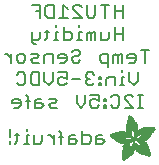
<source format=gbr>
G04 EAGLE Gerber RS-274X export*
G75*
%MOMM*%
%FSLAX34Y34*%
%LPD*%
%INSilkscreen Bottom*%
%IPPOS*%
%AMOC8*
5,1,8,0,0,1.08239X$1,22.5*%
G01*
%ADD10C,0.203200*%
%ADD11R,0.050800X0.006300*%
%ADD12R,0.082600X0.006400*%
%ADD13R,0.120600X0.006300*%
%ADD14R,0.139700X0.006400*%
%ADD15R,0.158800X0.006300*%
%ADD16R,0.177800X0.006400*%
%ADD17R,0.196800X0.006300*%
%ADD18R,0.215900X0.006400*%
%ADD19R,0.228600X0.006300*%
%ADD20R,0.241300X0.006400*%
%ADD21R,0.254000X0.006300*%
%ADD22R,0.266700X0.006400*%
%ADD23R,0.279400X0.006300*%
%ADD24R,0.285700X0.006400*%
%ADD25R,0.298400X0.006300*%
%ADD26R,0.311200X0.006400*%
%ADD27R,0.317500X0.006300*%
%ADD28R,0.330200X0.006400*%
%ADD29R,0.336600X0.006300*%
%ADD30R,0.349200X0.006400*%
%ADD31R,0.361900X0.006300*%
%ADD32R,0.368300X0.006400*%
%ADD33R,0.381000X0.006300*%
%ADD34R,0.387300X0.006400*%
%ADD35R,0.393700X0.006300*%
%ADD36R,0.406400X0.006400*%
%ADD37R,0.412700X0.006300*%
%ADD38R,0.419100X0.006400*%
%ADD39R,0.431800X0.006300*%
%ADD40R,0.438100X0.006400*%
%ADD41R,0.450800X0.006300*%
%ADD42R,0.457200X0.006400*%
%ADD43R,0.463500X0.006300*%
%ADD44R,0.476200X0.006400*%
%ADD45R,0.482600X0.006300*%
%ADD46R,0.488900X0.006400*%
%ADD47R,0.501600X0.006300*%
%ADD48R,0.508000X0.006400*%
%ADD49R,0.514300X0.006300*%
%ADD50R,0.527000X0.006400*%
%ADD51R,0.533400X0.006300*%
%ADD52R,0.546100X0.006400*%
%ADD53R,0.552400X0.006300*%
%ADD54R,0.558800X0.006400*%
%ADD55R,0.571500X0.006300*%
%ADD56R,0.577800X0.006400*%
%ADD57R,0.584200X0.006300*%
%ADD58R,0.596900X0.006400*%
%ADD59R,0.603200X0.006300*%
%ADD60R,0.609600X0.006400*%
%ADD61R,0.622300X0.006300*%
%ADD62R,0.628600X0.006400*%
%ADD63R,0.641300X0.006300*%
%ADD64R,0.647700X0.006400*%
%ADD65R,0.063500X0.006300*%
%ADD66R,0.654000X0.006300*%
%ADD67R,0.101600X0.006400*%
%ADD68R,0.666700X0.006400*%
%ADD69R,0.139700X0.006300*%
%ADD70R,0.673100X0.006300*%
%ADD71R,0.165100X0.006400*%
%ADD72R,0.679400X0.006400*%
%ADD73R,0.196900X0.006300*%
%ADD74R,0.692100X0.006300*%
%ADD75R,0.222200X0.006400*%
%ADD76R,0.698500X0.006400*%
%ADD77R,0.247700X0.006300*%
%ADD78R,0.704800X0.006300*%
%ADD79R,0.279400X0.006400*%
%ADD80R,0.717500X0.006400*%
%ADD81R,0.298500X0.006300*%
%ADD82R,0.723900X0.006300*%
%ADD83R,0.736600X0.006400*%
%ADD84R,0.342900X0.006300*%
%ADD85R,0.742900X0.006300*%
%ADD86R,0.374700X0.006400*%
%ADD87R,0.749300X0.006400*%
%ADD88R,0.762000X0.006300*%
%ADD89R,0.412700X0.006400*%
%ADD90R,0.768300X0.006400*%
%ADD91R,0.438100X0.006300*%
%ADD92R,0.774700X0.006300*%
%ADD93R,0.463600X0.006400*%
%ADD94R,0.787400X0.006400*%
%ADD95R,0.793700X0.006300*%
%ADD96R,0.495300X0.006400*%
%ADD97R,0.800100X0.006400*%
%ADD98R,0.520700X0.006300*%
%ADD99R,0.812800X0.006300*%
%ADD100R,0.533400X0.006400*%
%ADD101R,0.819100X0.006400*%
%ADD102R,0.558800X0.006300*%
%ADD103R,0.825500X0.006300*%
%ADD104R,0.577900X0.006400*%
%ADD105R,0.831800X0.006400*%
%ADD106R,0.596900X0.006300*%
%ADD107R,0.844500X0.006300*%
%ADD108R,0.616000X0.006400*%
%ADD109R,0.850900X0.006400*%
%ADD110R,0.635000X0.006300*%
%ADD111R,0.857200X0.006300*%
%ADD112R,0.654100X0.006400*%
%ADD113R,0.863600X0.006400*%
%ADD114R,0.666700X0.006300*%
%ADD115R,0.869900X0.006300*%
%ADD116R,0.685800X0.006400*%
%ADD117R,0.876300X0.006400*%
%ADD118R,0.882600X0.006300*%
%ADD119R,0.723900X0.006400*%
%ADD120R,0.889000X0.006400*%
%ADD121R,0.895300X0.006300*%
%ADD122R,0.755700X0.006400*%
%ADD123R,0.901700X0.006400*%
%ADD124R,0.908000X0.006300*%
%ADD125R,0.793800X0.006400*%
%ADD126R,0.914400X0.006400*%
%ADD127R,0.806400X0.006300*%
%ADD128R,0.920700X0.006300*%
%ADD129R,0.825500X0.006400*%
%ADD130R,0.927100X0.006400*%
%ADD131R,0.933400X0.006300*%
%ADD132R,0.857300X0.006400*%
%ADD133R,0.939800X0.006400*%
%ADD134R,0.870000X0.006300*%
%ADD135R,0.939800X0.006300*%
%ADD136R,0.946100X0.006400*%
%ADD137R,0.952500X0.006300*%
%ADD138R,0.908000X0.006400*%
%ADD139R,0.958800X0.006400*%
%ADD140R,0.965200X0.006300*%
%ADD141R,0.965200X0.006400*%
%ADD142R,0.971500X0.006300*%
%ADD143R,0.952500X0.006400*%
%ADD144R,0.977900X0.006400*%
%ADD145R,0.958800X0.006300*%
%ADD146R,0.984200X0.006300*%
%ADD147R,0.971500X0.006400*%
%ADD148R,0.984200X0.006400*%
%ADD149R,0.990600X0.006300*%
%ADD150R,0.984300X0.006400*%
%ADD151R,0.996900X0.006400*%
%ADD152R,0.997000X0.006300*%
%ADD153R,0.996900X0.006300*%
%ADD154R,1.003300X0.006400*%
%ADD155R,1.016000X0.006300*%
%ADD156R,1.009600X0.006300*%
%ADD157R,1.016000X0.006400*%
%ADD158R,1.009600X0.006400*%
%ADD159R,1.022300X0.006300*%
%ADD160R,1.028700X0.006400*%
%ADD161R,1.035100X0.006300*%
%ADD162R,1.047800X0.006400*%
%ADD163R,1.054100X0.006300*%
%ADD164R,1.028700X0.006300*%
%ADD165R,1.054100X0.006400*%
%ADD166R,1.035000X0.006400*%
%ADD167R,1.060400X0.006300*%
%ADD168R,1.035000X0.006300*%
%ADD169R,1.060500X0.006400*%
%ADD170R,1.041400X0.006400*%
%ADD171R,1.066800X0.006300*%
%ADD172R,1.041400X0.006300*%
%ADD173R,1.079500X0.006400*%
%ADD174R,1.047700X0.006400*%
%ADD175R,1.085900X0.006300*%
%ADD176R,1.047700X0.006300*%
%ADD177R,1.085800X0.006400*%
%ADD178R,1.092200X0.006300*%
%ADD179R,1.085900X0.006400*%
%ADD180R,1.098600X0.006300*%
%ADD181R,1.098600X0.006400*%
%ADD182R,1.060400X0.006400*%
%ADD183R,1.104900X0.006300*%
%ADD184R,1.104900X0.006400*%
%ADD185R,1.066800X0.006400*%
%ADD186R,1.111200X0.006300*%
%ADD187R,1.117600X0.006400*%
%ADD188R,1.117600X0.006300*%
%ADD189R,1.073100X0.006300*%
%ADD190R,1.073100X0.006400*%
%ADD191R,1.124000X0.006300*%
%ADD192R,1.079500X0.006300*%
%ADD193R,1.123900X0.006400*%
%ADD194R,1.130300X0.006300*%
%ADD195R,1.130300X0.006400*%
%ADD196R,1.136700X0.006400*%
%ADD197R,1.136700X0.006300*%
%ADD198R,1.085800X0.006300*%
%ADD199R,1.136600X0.006400*%
%ADD200R,1.136600X0.006300*%
%ADD201R,1.143000X0.006400*%
%ADD202R,1.143000X0.006300*%
%ADD203R,1.149400X0.006300*%
%ADD204R,1.149300X0.006300*%
%ADD205R,1.149300X0.006400*%
%ADD206R,1.149400X0.006400*%
%ADD207R,1.155700X0.006400*%
%ADD208R,1.155700X0.006300*%
%ADD209R,1.060500X0.006300*%
%ADD210R,2.197100X0.006400*%
%ADD211R,2.197100X0.006300*%
%ADD212R,2.184400X0.006300*%
%ADD213R,2.184400X0.006400*%
%ADD214R,2.171700X0.006400*%
%ADD215R,2.171700X0.006300*%
%ADD216R,1.530300X0.006400*%
%ADD217R,1.505000X0.006300*%
%ADD218R,1.492300X0.006400*%
%ADD219R,1.485900X0.006300*%
%ADD220R,0.565200X0.006300*%
%ADD221R,1.473200X0.006400*%
%ADD222R,0.565200X0.006400*%
%ADD223R,1.460500X0.006300*%
%ADD224R,1.454100X0.006400*%
%ADD225R,0.552400X0.006400*%
%ADD226R,1.441500X0.006300*%
%ADD227R,0.546100X0.006300*%
%ADD228R,1.435100X0.006400*%
%ADD229R,0.539800X0.006400*%
%ADD230R,1.428800X0.006300*%
%ADD231R,1.422400X0.006400*%
%ADD232R,1.409700X0.006300*%
%ADD233R,0.527100X0.006300*%
%ADD234R,1.403300X0.006400*%
%ADD235R,0.527100X0.006400*%
%ADD236R,1.390700X0.006300*%
%ADD237R,1.384300X0.006400*%
%ADD238R,0.520700X0.006400*%
%ADD239R,1.384300X0.006300*%
%ADD240R,0.514400X0.006300*%
%ADD241R,1.371600X0.006400*%
%ADD242R,1.365200X0.006300*%
%ADD243R,0.508000X0.006300*%
%ADD244R,1.352600X0.006400*%
%ADD245R,0.501700X0.006400*%
%ADD246R,0.711200X0.006300*%
%ADD247R,0.603300X0.006300*%
%ADD248R,0.501700X0.006300*%
%ADD249R,0.692100X0.006400*%
%ADD250R,0.571500X0.006400*%
%ADD251R,0.679400X0.006300*%
%ADD252R,0.495300X0.006300*%
%ADD253R,0.673100X0.006400*%
%ADD254R,0.666800X0.006300*%
%ADD255R,0.488900X0.006300*%
%ADD256R,0.660400X0.006400*%
%ADD257R,0.482600X0.006400*%
%ADD258R,0.476200X0.006300*%
%ADD259R,0.654000X0.006400*%
%ADD260R,0.469900X0.006400*%
%ADD261R,0.476300X0.006400*%
%ADD262R,0.647700X0.006300*%
%ADD263R,0.457200X0.006300*%
%ADD264R,0.469900X0.006300*%
%ADD265R,0.641300X0.006400*%
%ADD266R,0.444500X0.006400*%
%ADD267R,0.463600X0.006300*%
%ADD268R,0.635000X0.006400*%
%ADD269R,0.463500X0.006400*%
%ADD270R,0.393700X0.006400*%
%ADD271R,0.450800X0.006400*%
%ADD272R,0.628600X0.006300*%
%ADD273R,0.387400X0.006300*%
%ADD274R,0.450900X0.006300*%
%ADD275R,0.628700X0.006400*%
%ADD276R,0.374600X0.006400*%
%ADD277R,0.368300X0.006300*%
%ADD278R,0.438200X0.006300*%
%ADD279R,0.622300X0.006400*%
%ADD280R,0.355600X0.006400*%
%ADD281R,0.431800X0.006400*%
%ADD282R,0.349300X0.006300*%
%ADD283R,0.425400X0.006300*%
%ADD284R,0.615900X0.006300*%
%ADD285R,0.330200X0.006300*%
%ADD286R,0.419100X0.006300*%
%ADD287R,0.616000X0.006300*%
%ADD288R,0.311200X0.006300*%
%ADD289R,0.406400X0.006300*%
%ADD290R,0.615900X0.006400*%
%ADD291R,0.304800X0.006400*%
%ADD292R,0.158800X0.006400*%
%ADD293R,0.609600X0.006300*%
%ADD294R,0.292100X0.006300*%
%ADD295R,0.235000X0.006300*%
%ADD296R,0.387400X0.006400*%
%ADD297R,0.292100X0.006400*%
%ADD298R,0.336500X0.006300*%
%ADD299R,0.260400X0.006300*%
%ADD300R,0.603300X0.006400*%
%ADD301R,0.260400X0.006400*%
%ADD302R,0.362000X0.006400*%
%ADD303R,0.450900X0.006400*%
%ADD304R,0.355600X0.006300*%
%ADD305R,0.342900X0.006400*%
%ADD306R,0.514300X0.006400*%
%ADD307R,0.234900X0.006300*%
%ADD308R,0.539700X0.006300*%
%ADD309R,0.603200X0.006400*%
%ADD310R,0.234900X0.006400*%
%ADD311R,0.920700X0.006400*%
%ADD312R,0.958900X0.006400*%
%ADD313R,0.215900X0.006300*%
%ADD314R,0.209600X0.006400*%
%ADD315R,0.203200X0.006300*%
%ADD316R,1.003300X0.006300*%
%ADD317R,0.203200X0.006400*%
%ADD318R,0.196900X0.006400*%
%ADD319R,0.190500X0.006300*%
%ADD320R,0.190500X0.006400*%
%ADD321R,0.184200X0.006300*%
%ADD322R,0.590500X0.006400*%
%ADD323R,0.184200X0.006400*%
%ADD324R,0.590500X0.006300*%
%ADD325R,0.177800X0.006300*%
%ADD326R,0.584200X0.006400*%
%ADD327R,1.168400X0.006400*%
%ADD328R,0.171500X0.006300*%
%ADD329R,1.187500X0.006300*%
%ADD330R,1.200100X0.006400*%
%ADD331R,0.577800X0.006300*%
%ADD332R,1.212900X0.006300*%
%ADD333R,1.231900X0.006400*%
%ADD334R,1.250900X0.006300*%
%ADD335R,0.565100X0.006400*%
%ADD336R,0.184100X0.006400*%
%ADD337R,1.263700X0.006400*%
%ADD338R,0.565100X0.006300*%
%ADD339R,1.289100X0.006300*%
%ADD340R,1.314400X0.006400*%
%ADD341R,0.552500X0.006300*%
%ADD342R,1.568500X0.006300*%
%ADD343R,0.552500X0.006400*%
%ADD344R,1.581200X0.006400*%
%ADD345R,1.593800X0.006300*%
%ADD346R,1.606500X0.006400*%
%ADD347R,1.619300X0.006300*%
%ADD348R,0.514400X0.006400*%
%ADD349R,1.638300X0.006400*%
%ADD350R,1.657300X0.006300*%
%ADD351R,2.209800X0.006400*%
%ADD352R,2.425700X0.006300*%
%ADD353R,2.470100X0.006400*%
%ADD354R,2.501900X0.006300*%
%ADD355R,2.533700X0.006400*%
%ADD356R,2.559000X0.006300*%
%ADD357R,2.584500X0.006400*%
%ADD358R,2.609900X0.006300*%
%ADD359R,2.628900X0.006400*%
%ADD360R,2.660600X0.006300*%
%ADD361R,2.673400X0.006400*%
%ADD362R,1.422400X0.006300*%
%ADD363R,1.200200X0.006300*%
%ADD364R,1.365300X0.006300*%
%ADD365R,1.365300X0.006400*%
%ADD366R,1.352500X0.006300*%
%ADD367R,1.098500X0.006300*%
%ADD368R,1.358900X0.006400*%
%ADD369R,1.352600X0.006300*%
%ADD370R,1.358900X0.006300*%
%ADD371R,1.371600X0.006300*%
%ADD372R,1.377900X0.006400*%
%ADD373R,1.397000X0.006400*%
%ADD374R,1.403300X0.006300*%
%ADD375R,0.914400X0.006300*%
%ADD376R,0.876300X0.006300*%
%ADD377R,0.374600X0.006300*%
%ADD378R,1.073200X0.006400*%
%ADD379R,0.374700X0.006300*%
%ADD380R,0.844600X0.006400*%
%ADD381R,0.844600X0.006300*%
%ADD382R,0.831900X0.006400*%
%ADD383R,1.092200X0.006400*%
%ADD384R,0.400000X0.006300*%
%ADD385R,0.819200X0.006400*%
%ADD386R,1.111300X0.006400*%
%ADD387R,0.812800X0.006400*%
%ADD388R,0.800100X0.006300*%
%ADD389R,0.476300X0.006300*%
%ADD390R,1.181100X0.006300*%
%ADD391R,0.501600X0.006400*%
%ADD392R,1.193800X0.006400*%
%ADD393R,0.781000X0.006400*%
%ADD394R,1.238200X0.006400*%
%ADD395R,0.781100X0.006300*%
%ADD396R,1.257300X0.006300*%
%ADD397R,1.295400X0.006400*%
%ADD398R,1.333500X0.006300*%
%ADD399R,0.774700X0.006400*%
%ADD400R,1.866900X0.006400*%
%ADD401R,0.209600X0.006300*%
%ADD402R,1.866900X0.006300*%
%ADD403R,0.768400X0.006400*%
%ADD404R,0.209500X0.006400*%
%ADD405R,1.860600X0.006400*%
%ADD406R,0.762000X0.006400*%
%ADD407R,0.768400X0.006300*%
%ADD408R,1.860600X0.006300*%
%ADD409R,1.860500X0.006400*%
%ADD410R,0.222300X0.006300*%
%ADD411R,1.854200X0.006300*%
%ADD412R,0.235000X0.006400*%
%ADD413R,1.854200X0.006400*%
%ADD414R,0.768300X0.006300*%
%ADD415R,0.260300X0.006400*%
%ADD416R,1.847800X0.006400*%
%ADD417R,0.266700X0.006300*%
%ADD418R,1.847800X0.006300*%
%ADD419R,0.273100X0.006400*%
%ADD420R,1.841500X0.006400*%
%ADD421R,0.285800X0.006300*%
%ADD422R,1.841500X0.006300*%
%ADD423R,0.298500X0.006400*%
%ADD424R,1.835100X0.006400*%
%ADD425R,0.781000X0.006300*%
%ADD426R,0.304800X0.006300*%
%ADD427R,1.835100X0.006300*%
%ADD428R,0.317500X0.006400*%
%ADD429R,1.828800X0.006400*%
%ADD430R,0.787400X0.006300*%
%ADD431R,0.323800X0.006300*%
%ADD432R,1.828800X0.006300*%
%ADD433R,0.793700X0.006400*%
%ADD434R,1.822400X0.006400*%
%ADD435R,0.806500X0.006300*%
%ADD436R,1.822400X0.006300*%
%ADD437R,1.816100X0.006400*%
%ADD438R,0.819100X0.006300*%
%ADD439R,0.387300X0.006300*%
%ADD440R,1.816100X0.006300*%
%ADD441R,1.809800X0.006400*%
%ADD442R,1.803400X0.006300*%
%ADD443R,1.797000X0.006400*%
%ADD444R,0.901700X0.006300*%
%ADD445R,1.797000X0.006300*%
%ADD446R,1.441400X0.006400*%
%ADD447R,1.790700X0.006400*%
%ADD448R,1.447800X0.006300*%
%ADD449R,1.784300X0.006300*%
%ADD450R,1.447800X0.006400*%
%ADD451R,1.784300X0.006400*%
%ADD452R,1.454100X0.006300*%
%ADD453R,1.771700X0.006300*%
%ADD454R,1.460500X0.006400*%
%ADD455R,1.759000X0.006400*%
%ADD456R,1.466800X0.006300*%
%ADD457R,1.752600X0.006300*%
%ADD458R,1.466800X0.006400*%
%ADD459R,1.739900X0.006400*%
%ADD460R,1.473200X0.006300*%
%ADD461R,1.727200X0.006300*%
%ADD462R,1.479500X0.006400*%
%ADD463R,1.714500X0.006400*%
%ADD464R,1.695400X0.006300*%
%ADD465R,1.485900X0.006400*%
%ADD466R,1.682700X0.006400*%
%ADD467R,1.492200X0.006300*%
%ADD468R,1.663700X0.006300*%
%ADD469R,1.498600X0.006400*%
%ADD470R,1.644600X0.006400*%
%ADD471R,1.498600X0.006300*%
%ADD472R,1.619200X0.006300*%
%ADD473R,1.511300X0.006400*%
%ADD474R,1.600200X0.006400*%
%ADD475R,1.517700X0.006300*%
%ADD476R,1.574800X0.006300*%
%ADD477R,1.524000X0.006400*%
%ADD478R,1.555800X0.006400*%
%ADD479R,1.524000X0.006300*%
%ADD480R,1.536700X0.006300*%
%ADD481R,1.530400X0.006400*%
%ADD482R,1.517700X0.006400*%
%ADD483R,1.492300X0.006300*%
%ADD484R,1.549400X0.006400*%
%ADD485R,1.479600X0.006400*%
%ADD486R,1.549400X0.006300*%
%ADD487R,1.555700X0.006400*%
%ADD488R,1.562100X0.006300*%
%ADD489R,0.323900X0.006300*%
%ADD490R,1.568400X0.006400*%
%ADD491R,0.336600X0.006400*%
%ADD492R,1.587500X0.006300*%
%ADD493R,0.971600X0.006300*%
%ADD494R,0.349300X0.006400*%
%ADD495R,1.600200X0.006300*%
%ADD496R,0.920800X0.006300*%
%ADD497R,0.882700X0.006400*%
%ADD498R,1.612900X0.006300*%
%ADD499R,0.362000X0.006300*%
%ADD500R,1.625600X0.006400*%
%ADD501R,1.625600X0.006300*%
%ADD502R,1.644600X0.006300*%
%ADD503R,0.736600X0.006300*%
%ADD504R,0.717600X0.006400*%
%ADD505R,1.657400X0.006300*%
%ADD506R,0.679500X0.006300*%
%ADD507R,1.663700X0.006400*%
%ADD508R,0.400000X0.006400*%
%ADD509R,1.676400X0.006300*%
%ADD510R,1.676400X0.006400*%
%ADD511R,0.425500X0.006400*%
%ADD512R,1.352500X0.006400*%
%ADD513R,0.444500X0.006300*%
%ADD514R,0.361900X0.006400*%
%ADD515R,0.088900X0.006300*%
%ADD516R,1.009700X0.006300*%
%ADD517R,1.009700X0.006400*%
%ADD518R,1.022300X0.006400*%
%ADD519R,1.346200X0.006400*%
%ADD520R,1.346200X0.006300*%
%ADD521R,1.339900X0.006400*%
%ADD522R,1.035100X0.006400*%
%ADD523R,1.339800X0.006300*%
%ADD524R,1.333500X0.006400*%
%ADD525R,1.327200X0.006400*%
%ADD526R,1.320800X0.006300*%
%ADD527R,1.314500X0.006400*%
%ADD528R,1.314400X0.006300*%
%ADD529R,1.301700X0.006400*%
%ADD530R,1.295400X0.006300*%
%ADD531R,1.289000X0.006400*%
%ADD532R,1.276300X0.006300*%
%ADD533R,1.251000X0.006300*%
%ADD534R,1.244600X0.006400*%
%ADD535R,1.231900X0.006300*%
%ADD536R,1.212800X0.006400*%
%ADD537R,1.200100X0.006300*%
%ADD538R,1.187400X0.006400*%
%ADD539R,1.168400X0.006300*%
%ADD540R,1.047800X0.006300*%
%ADD541R,0.977900X0.006300*%
%ADD542R,0.946200X0.006400*%
%ADD543R,0.933400X0.006400*%
%ADD544R,0.895300X0.006400*%
%ADD545R,0.882700X0.006300*%
%ADD546R,0.863600X0.006300*%
%ADD547R,0.857200X0.006400*%
%ADD548R,0.850900X0.006300*%
%ADD549R,0.838200X0.006300*%
%ADD550R,0.806500X0.006400*%
%ADD551R,0.717600X0.006300*%
%ADD552R,0.711200X0.006400*%
%ADD553R,0.641400X0.006400*%
%ADD554R,0.641400X0.006300*%
%ADD555R,0.628700X0.006300*%
%ADD556R,0.590600X0.006300*%
%ADD557R,0.539700X0.006400*%
%ADD558R,0.285700X0.006300*%
%ADD559R,0.222200X0.006300*%
%ADD560R,0.171400X0.006300*%
%ADD561R,0.152400X0.006400*%
%ADD562R,0.133400X0.006300*%


D10*
X119923Y153416D02*
X119923Y164093D01*
X119923Y158755D02*
X112805Y158755D01*
X112805Y164093D02*
X112805Y153416D01*
X104670Y153416D02*
X104670Y164093D01*
X108229Y164093D02*
X101111Y164093D01*
X96535Y164093D02*
X96535Y155196D01*
X94756Y153416D01*
X91196Y153416D01*
X89417Y155196D01*
X89417Y164093D01*
X84841Y153416D02*
X77723Y153416D01*
X84841Y153416D02*
X77723Y160534D01*
X77723Y162314D01*
X79503Y164093D01*
X83062Y164093D01*
X84841Y162314D01*
X73147Y160534D02*
X69588Y164093D01*
X69588Y153416D01*
X73147Y153416D02*
X66029Y153416D01*
X61453Y153416D02*
X61453Y164093D01*
X61453Y153416D02*
X56115Y153416D01*
X54335Y155196D01*
X54335Y162314D01*
X56115Y164093D01*
X61453Y164093D01*
X49759Y164093D02*
X49759Y153416D01*
X49759Y164093D02*
X42641Y164093D01*
X46200Y158755D02*
X49759Y158755D01*
X119923Y145043D02*
X119923Y134366D01*
X119923Y139705D02*
X112805Y139705D01*
X112805Y145043D02*
X112805Y134366D01*
X108229Y136146D02*
X108229Y141484D01*
X108229Y136146D02*
X106450Y134366D01*
X101111Y134366D01*
X101111Y141484D01*
X96535Y141484D02*
X96535Y134366D01*
X96535Y141484D02*
X94756Y141484D01*
X92976Y139705D01*
X92976Y134366D01*
X92976Y139705D02*
X91196Y141484D01*
X89417Y139705D01*
X89417Y134366D01*
X84841Y141484D02*
X83062Y141484D01*
X83062Y134366D01*
X84841Y134366D02*
X81282Y134366D01*
X83062Y145043D02*
X83062Y146823D01*
X69927Y145043D02*
X69927Y134366D01*
X75266Y134366D01*
X77045Y136146D01*
X77045Y139705D01*
X75266Y141484D01*
X69927Y141484D01*
X65351Y141484D02*
X63572Y141484D01*
X63572Y134366D01*
X65351Y134366D02*
X61792Y134366D01*
X63572Y145043D02*
X63572Y146823D01*
X55776Y143264D02*
X55776Y136146D01*
X53996Y134366D01*
X53996Y141484D02*
X57555Y141484D01*
X49759Y141484D02*
X49759Y136146D01*
X47980Y134366D01*
X42641Y134366D01*
X42641Y132587D02*
X42641Y141484D01*
X42641Y132587D02*
X44421Y130807D01*
X46200Y130807D01*
X138777Y125993D02*
X138777Y115316D01*
X142336Y125993D02*
X135218Y125993D01*
X128863Y115316D02*
X125304Y115316D01*
X128863Y115316D02*
X130643Y117096D01*
X130643Y120655D01*
X128863Y122434D01*
X125304Y122434D01*
X123524Y120655D01*
X123524Y118875D01*
X130643Y118875D01*
X118949Y115316D02*
X118949Y122434D01*
X117169Y122434D01*
X115390Y120655D01*
X115390Y115316D01*
X115390Y120655D02*
X113610Y122434D01*
X111830Y120655D01*
X111830Y115316D01*
X107255Y111757D02*
X107255Y122434D01*
X101916Y122434D01*
X100137Y120655D01*
X100137Y117096D01*
X101916Y115316D01*
X107255Y115316D01*
X78528Y125993D02*
X76749Y124214D01*
X78528Y125993D02*
X82087Y125993D01*
X83867Y124214D01*
X83867Y122434D01*
X82087Y120655D01*
X78528Y120655D01*
X76749Y118875D01*
X76749Y117096D01*
X78528Y115316D01*
X82087Y115316D01*
X83867Y117096D01*
X70393Y115316D02*
X66834Y115316D01*
X70393Y115316D02*
X72173Y117096D01*
X72173Y120655D01*
X70393Y122434D01*
X66834Y122434D01*
X65055Y120655D01*
X65055Y118875D01*
X72173Y118875D01*
X60479Y115316D02*
X60479Y122434D01*
X55140Y122434D01*
X53361Y120655D01*
X53361Y115316D01*
X48785Y115316D02*
X43446Y115316D01*
X41667Y117096D01*
X43446Y118875D01*
X47005Y118875D01*
X48785Y120655D01*
X47005Y122434D01*
X41667Y122434D01*
X35311Y115316D02*
X31752Y115316D01*
X29973Y117096D01*
X29973Y120655D01*
X31752Y122434D01*
X35311Y122434D01*
X37091Y120655D01*
X37091Y117096D01*
X35311Y115316D01*
X25397Y115316D02*
X25397Y122434D01*
X25397Y118875D02*
X21838Y122434D01*
X20058Y122434D01*
X132591Y106943D02*
X132591Y99825D01*
X129032Y96266D01*
X125473Y99825D01*
X125473Y106943D01*
X120898Y103384D02*
X119118Y103384D01*
X119118Y96266D01*
X120898Y96266D02*
X117338Y96266D01*
X119118Y106943D02*
X119118Y108723D01*
X113102Y103384D02*
X113102Y96266D01*
X113102Y103384D02*
X107763Y103384D01*
X105983Y101605D01*
X105983Y96266D01*
X101408Y103384D02*
X99628Y103384D01*
X99628Y101605D01*
X101408Y101605D01*
X101408Y103384D01*
X101408Y98046D02*
X99628Y98046D01*
X99628Y96266D01*
X101408Y96266D01*
X101408Y98046D01*
X95561Y105164D02*
X93781Y106943D01*
X90222Y106943D01*
X88443Y105164D01*
X88443Y103384D01*
X90222Y101605D01*
X92002Y101605D01*
X90222Y101605D02*
X88443Y99825D01*
X88443Y98046D01*
X90222Y96266D01*
X93781Y96266D01*
X95561Y98046D01*
X83867Y101605D02*
X76749Y101605D01*
X72173Y106943D02*
X65055Y106943D01*
X72173Y106943D02*
X72173Y101605D01*
X68614Y103384D01*
X66834Y103384D01*
X65055Y101605D01*
X65055Y98046D01*
X66834Y96266D01*
X70393Y96266D01*
X72173Y98046D01*
X60479Y99825D02*
X60479Y106943D01*
X60479Y99825D02*
X56920Y96266D01*
X53361Y99825D01*
X53361Y106943D01*
X48785Y106943D02*
X48785Y96266D01*
X43446Y96266D01*
X41667Y98046D01*
X41667Y105164D01*
X43446Y106943D01*
X48785Y106943D01*
X31752Y106943D02*
X29973Y105164D01*
X31752Y106943D02*
X35311Y106943D01*
X37091Y105164D01*
X37091Y98046D01*
X35311Y96266D01*
X31752Y96266D01*
X29973Y98046D01*
X132930Y77216D02*
X136489Y77216D01*
X134710Y77216D02*
X134710Y87893D01*
X136489Y87893D02*
X132930Y87893D01*
X128694Y77216D02*
X121575Y77216D01*
X121575Y84334D02*
X128694Y77216D01*
X121575Y84334D02*
X121575Y86114D01*
X123355Y87893D01*
X126914Y87893D01*
X128694Y86114D01*
X111661Y87893D02*
X109881Y86114D01*
X111661Y87893D02*
X115220Y87893D01*
X117000Y86114D01*
X117000Y78996D01*
X115220Y77216D01*
X111661Y77216D01*
X109881Y78996D01*
X105306Y84334D02*
X103526Y84334D01*
X103526Y82555D01*
X105306Y82555D01*
X105306Y84334D01*
X105306Y78996D02*
X103526Y78996D01*
X103526Y77216D01*
X105306Y77216D01*
X105306Y78996D01*
X99459Y87893D02*
X92341Y87893D01*
X99459Y87893D02*
X99459Y82555D01*
X95900Y84334D01*
X94120Y84334D01*
X92341Y82555D01*
X92341Y78996D01*
X94120Y77216D01*
X97679Y77216D01*
X99459Y78996D01*
X87765Y80775D02*
X87765Y87893D01*
X87765Y80775D02*
X84206Y77216D01*
X80647Y80775D01*
X80647Y87893D01*
X64377Y77216D02*
X59038Y77216D01*
X57259Y78996D01*
X59038Y80775D01*
X62597Y80775D01*
X64377Y82555D01*
X62597Y84334D01*
X57259Y84334D01*
X50903Y84334D02*
X47344Y84334D01*
X45565Y82555D01*
X45565Y77216D01*
X50903Y77216D01*
X52683Y78996D01*
X50903Y80775D01*
X45565Y80775D01*
X39209Y77216D02*
X39209Y86114D01*
X37430Y87893D01*
X37430Y82555D02*
X40989Y82555D01*
X31413Y77216D02*
X27854Y77216D01*
X31413Y77216D02*
X33193Y78996D01*
X33193Y82555D01*
X31413Y84334D01*
X27854Y84334D01*
X26075Y82555D01*
X26075Y80775D01*
X33193Y80775D01*
X99049Y53854D02*
X102608Y53854D01*
X99049Y53854D02*
X97269Y52075D01*
X97269Y46736D01*
X102608Y46736D01*
X104387Y48516D01*
X102608Y50295D01*
X97269Y50295D01*
X85575Y46736D02*
X85575Y57413D01*
X85575Y46736D02*
X90914Y46736D01*
X92694Y48516D01*
X92694Y52075D01*
X90914Y53854D01*
X85575Y53854D01*
X79220Y53854D02*
X75661Y53854D01*
X73881Y52075D01*
X73881Y46736D01*
X79220Y46736D01*
X81000Y48516D01*
X79220Y50295D01*
X73881Y50295D01*
X67526Y46736D02*
X67526Y55634D01*
X65747Y57413D01*
X65747Y52075D02*
X69306Y52075D01*
X61510Y53854D02*
X61510Y46736D01*
X61510Y50295D02*
X57951Y53854D01*
X56171Y53854D01*
X51765Y53854D02*
X51765Y48516D01*
X49985Y46736D01*
X44647Y46736D01*
X44647Y53854D01*
X40071Y53854D02*
X38291Y53854D01*
X38291Y46736D01*
X36512Y46736D02*
X40071Y46736D01*
X38291Y57413D02*
X38291Y59193D01*
X30495Y55634D02*
X30495Y48516D01*
X28716Y46736D01*
X28716Y53854D02*
X32275Y53854D01*
X24479Y48516D02*
X24479Y46736D01*
X24479Y52075D02*
X24479Y59193D01*
D11*
X120682Y31941D03*
D12*
X120650Y32004D03*
D13*
X120650Y32068D03*
D14*
X120682Y32131D03*
D15*
X120650Y32195D03*
D16*
X120682Y32258D03*
D17*
X120650Y32322D03*
D18*
X120682Y32385D03*
D19*
X120682Y32449D03*
D20*
X120746Y32512D03*
D21*
X120745Y32576D03*
D22*
X120809Y32639D03*
D23*
X120809Y32703D03*
D24*
X120841Y32766D03*
D25*
X120904Y32830D03*
D26*
X120904Y32893D03*
D27*
X120936Y32957D03*
D28*
X120999Y33020D03*
D29*
X121031Y33084D03*
D30*
X121031Y33147D03*
D31*
X121095Y33211D03*
D32*
X121127Y33274D03*
D33*
X121190Y33338D03*
D34*
X121222Y33401D03*
D35*
X121254Y33465D03*
D36*
X121317Y33528D03*
D37*
X121349Y33592D03*
D38*
X121381Y33655D03*
D39*
X121444Y33719D03*
D40*
X121476Y33782D03*
D41*
X121539Y33846D03*
D42*
X121571Y33909D03*
D43*
X121603Y33973D03*
D44*
X121666Y34036D03*
D45*
X121698Y34100D03*
D46*
X121730Y34163D03*
D47*
X121793Y34227D03*
D48*
X121825Y34290D03*
D49*
X121857Y34354D03*
D50*
X121920Y34417D03*
D51*
X121952Y34481D03*
D52*
X122016Y34544D03*
D53*
X122047Y34608D03*
D54*
X122079Y34671D03*
D55*
X122143Y34735D03*
D56*
X122174Y34798D03*
D57*
X122206Y34862D03*
D58*
X122270Y34925D03*
D59*
X122301Y34989D03*
D60*
X122333Y35052D03*
D61*
X122397Y35116D03*
D62*
X122428Y35179D03*
D63*
X122492Y35243D03*
D64*
X122524Y35306D03*
D65*
X142336Y35370D03*
D66*
X122555Y35370D03*
D67*
X142335Y35433D03*
D68*
X122619Y35433D03*
D69*
X142272Y35497D03*
D70*
X122651Y35497D03*
D71*
X142209Y35560D03*
D72*
X122682Y35560D03*
D73*
X142177Y35624D03*
D74*
X122746Y35624D03*
D75*
X142113Y35687D03*
D76*
X122778Y35687D03*
D77*
X142050Y35751D03*
D78*
X122809Y35751D03*
D79*
X141954Y35814D03*
D80*
X122873Y35814D03*
D81*
X141923Y35878D03*
D82*
X122905Y35878D03*
D28*
X141827Y35941D03*
D83*
X122968Y35941D03*
D84*
X141764Y36005D03*
D85*
X123000Y36005D03*
D86*
X141669Y36068D03*
D87*
X123032Y36068D03*
D35*
X141574Y36132D03*
D88*
X123095Y36132D03*
D89*
X141542Y36195D03*
D90*
X123127Y36195D03*
D91*
X141415Y36259D03*
D92*
X123159Y36259D03*
D93*
X141351Y36322D03*
D94*
X123222Y36322D03*
D45*
X141256Y36386D03*
D95*
X123254Y36386D03*
D96*
X141193Y36449D03*
D97*
X123286Y36449D03*
D98*
X141066Y36513D03*
D99*
X123349Y36513D03*
D100*
X141002Y36576D03*
D101*
X123381Y36576D03*
D102*
X140875Y36640D03*
D103*
X123413Y36640D03*
D104*
X140780Y36703D03*
D105*
X123444Y36703D03*
D106*
X140685Y36767D03*
D107*
X123508Y36767D03*
D108*
X140589Y36830D03*
D109*
X123540Y36830D03*
D110*
X140494Y36894D03*
D111*
X123571Y36894D03*
D112*
X140399Y36957D03*
D113*
X123603Y36957D03*
D114*
X140272Y37021D03*
D115*
X123635Y37021D03*
D116*
X140176Y37084D03*
D117*
X123667Y37084D03*
D78*
X140081Y37148D03*
D118*
X123698Y37148D03*
D119*
X139986Y37211D03*
D120*
X123730Y37211D03*
D85*
X139891Y37275D03*
D121*
X123762Y37275D03*
D122*
X139764Y37338D03*
D123*
X123794Y37338D03*
D92*
X139669Y37402D03*
D124*
X123825Y37402D03*
D125*
X139573Y37465D03*
D126*
X123857Y37465D03*
D127*
X139446Y37529D03*
D128*
X123889Y37529D03*
D129*
X139351Y37592D03*
D130*
X123921Y37592D03*
D107*
X139256Y37656D03*
D131*
X123952Y37656D03*
D132*
X139129Y37719D03*
D133*
X123984Y37719D03*
D134*
X139065Y37783D03*
D135*
X123984Y37783D03*
D120*
X138970Y37846D03*
D136*
X124016Y37846D03*
D121*
X138875Y37910D03*
D137*
X124048Y37910D03*
D138*
X138811Y37973D03*
D139*
X124079Y37973D03*
D128*
X138748Y38037D03*
D140*
X124111Y38037D03*
D130*
X138653Y38100D03*
D141*
X124111Y38100D03*
D135*
X138589Y38164D03*
D142*
X124143Y38164D03*
D143*
X138526Y38227D03*
D144*
X124175Y38227D03*
D145*
X138430Y38291D03*
D146*
X124206Y38291D03*
D147*
X138367Y38354D03*
D148*
X124206Y38354D03*
D146*
X138303Y38418D03*
D149*
X124238Y38418D03*
D150*
X138240Y38481D03*
D151*
X124270Y38481D03*
D152*
X138176Y38545D03*
D153*
X124270Y38545D03*
D154*
X138145Y38608D03*
X124302Y38608D03*
D155*
X138081Y38672D03*
D156*
X124333Y38672D03*
D157*
X138017Y38735D03*
D158*
X124333Y38735D03*
D159*
X137986Y38799D03*
D155*
X124365Y38799D03*
D160*
X137891Y38862D03*
D157*
X124365Y38862D03*
D161*
X137859Y38926D03*
D159*
X124397Y38926D03*
D162*
X137795Y38989D03*
D160*
X124429Y38989D03*
D163*
X137764Y39053D03*
D164*
X124429Y39053D03*
D165*
X137700Y39116D03*
D166*
X124460Y39116D03*
D167*
X137668Y39180D03*
D168*
X124460Y39180D03*
D169*
X137605Y39243D03*
D170*
X124492Y39243D03*
D171*
X137573Y39307D03*
D172*
X124492Y39307D03*
D173*
X137510Y39370D03*
D174*
X124524Y39370D03*
D175*
X137478Y39434D03*
D176*
X124524Y39434D03*
D177*
X137414Y39497D03*
D165*
X124556Y39497D03*
D178*
X137382Y39561D03*
D163*
X124556Y39561D03*
D179*
X137351Y39624D03*
D165*
X124556Y39624D03*
D180*
X137287Y39688D03*
D167*
X124587Y39688D03*
D181*
X137287Y39751D03*
D182*
X124587Y39751D03*
D183*
X137256Y39815D03*
D171*
X124619Y39815D03*
D184*
X137192Y39878D03*
D185*
X124619Y39878D03*
D186*
X137160Y39942D03*
D171*
X124619Y39942D03*
D187*
X137128Y40005D03*
D185*
X124619Y40005D03*
D188*
X137065Y40069D03*
D189*
X124651Y40069D03*
D187*
X137065Y40132D03*
D190*
X124651Y40132D03*
D191*
X137033Y40196D03*
D192*
X124683Y40196D03*
D193*
X136970Y40259D03*
D173*
X124683Y40259D03*
D194*
X136938Y40323D03*
D192*
X124683Y40323D03*
D195*
X136938Y40386D03*
D173*
X124683Y40386D03*
D194*
X136875Y40450D03*
D192*
X124683Y40450D03*
D196*
X136843Y40513D03*
D177*
X124714Y40513D03*
D197*
X136843Y40577D03*
D198*
X124714Y40577D03*
D199*
X136779Y40640D03*
D173*
X124746Y40640D03*
D200*
X136779Y40704D03*
D192*
X124746Y40704D03*
D201*
X136747Y40767D03*
D179*
X124778Y40767D03*
D202*
X136684Y40831D03*
D175*
X124778Y40831D03*
D201*
X136684Y40894D03*
D179*
X124778Y40894D03*
D203*
X136652Y40958D03*
D175*
X124778Y40958D03*
D201*
X136620Y41021D03*
D179*
X124778Y41021D03*
D204*
X136589Y41085D03*
D175*
X124778Y41085D03*
D205*
X136589Y41148D03*
D179*
X124778Y41148D03*
D203*
X136525Y41212D03*
D175*
X124778Y41212D03*
D206*
X136525Y41275D03*
D179*
X124778Y41275D03*
D203*
X136525Y41339D03*
D198*
X124841Y41339D03*
D205*
X136462Y41402D03*
D177*
X124841Y41402D03*
D204*
X136462Y41466D03*
D198*
X124841Y41466D03*
D207*
X136430Y41529D03*
D177*
X124841Y41529D03*
D203*
X136398Y41593D03*
D198*
X124841Y41593D03*
D206*
X136398Y41656D03*
D177*
X124841Y41656D03*
D208*
X136367Y41720D03*
D198*
X124841Y41720D03*
D205*
X136335Y41783D03*
D177*
X124841Y41783D03*
D204*
X136335Y41847D03*
D192*
X124873Y41847D03*
D207*
X136303Y41910D03*
D173*
X124873Y41910D03*
D203*
X136271Y41974D03*
D192*
X124873Y41974D03*
D206*
X136271Y42037D03*
D173*
X124873Y42037D03*
D203*
X136271Y42101D03*
D192*
X124873Y42101D03*
D205*
X136208Y42164D03*
D190*
X124905Y42164D03*
D204*
X136208Y42228D03*
D189*
X124905Y42228D03*
D205*
X136208Y42291D03*
D185*
X124873Y42291D03*
D203*
X136144Y42355D03*
D171*
X124873Y42355D03*
D206*
X136144Y42418D03*
D185*
X124873Y42418D03*
D203*
X136144Y42482D03*
D209*
X124905Y42482D03*
D201*
X136112Y42545D03*
D169*
X124905Y42545D03*
D204*
X136081Y42609D03*
D209*
X124905Y42609D03*
D205*
X136081Y42672D03*
D165*
X124937Y42672D03*
D202*
X136049Y42736D03*
D163*
X124937Y42736D03*
D206*
X136017Y42799D03*
D165*
X124937Y42799D03*
D203*
X136017Y42863D03*
D163*
X124937Y42863D03*
D210*
X130715Y42926D03*
D211*
X130715Y42990D03*
D210*
X130715Y43053D03*
D212*
X130715Y43117D03*
D213*
X130715Y43180D03*
D212*
X130715Y43244D03*
D214*
X130715Y43307D03*
D215*
X130715Y43371D03*
D216*
X133922Y43434D03*
D58*
X122905Y43434D03*
D217*
X133985Y43498D03*
D57*
X122841Y43498D03*
D218*
X134049Y43561D03*
D56*
X122809Y43561D03*
D219*
X134081Y43625D03*
D220*
X122809Y43625D03*
D221*
X134144Y43688D03*
D222*
X122809Y43688D03*
D223*
X134144Y43752D03*
D53*
X122809Y43752D03*
D224*
X134176Y43815D03*
D225*
X122809Y43815D03*
D226*
X134176Y43879D03*
D227*
X122841Y43879D03*
D228*
X134208Y43942D03*
D229*
X122809Y43942D03*
D230*
X134239Y44006D03*
D51*
X122841Y44006D03*
D231*
X134271Y44069D03*
D100*
X122841Y44069D03*
D232*
X134271Y44133D03*
D233*
X122873Y44133D03*
D234*
X134303Y44196D03*
D235*
X122873Y44196D03*
D236*
X134303Y44260D03*
D98*
X122905Y44260D03*
D237*
X134335Y44323D03*
D238*
X122905Y44323D03*
D239*
X134335Y44387D03*
D240*
X122936Y44387D03*
D241*
X134334Y44450D03*
D48*
X122968Y44450D03*
D242*
X134366Y44514D03*
D243*
X122968Y44514D03*
D244*
X134366Y44577D03*
D245*
X123000Y44577D03*
D246*
X137573Y44641D03*
D247*
X130620Y44641D03*
D248*
X123000Y44641D03*
D249*
X137605Y44704D03*
D250*
X130525Y44704D03*
D96*
X123032Y44704D03*
D251*
X137668Y44768D03*
D227*
X130461Y44768D03*
D252*
X123095Y44768D03*
D253*
X137637Y44831D03*
D100*
X130397Y44831D03*
D46*
X123127Y44831D03*
D254*
X137668Y44895D03*
D49*
X130366Y44895D03*
D255*
X123127Y44895D03*
D256*
X137700Y44958D03*
D96*
X130334Y44958D03*
D257*
X123158Y44958D03*
D66*
X137668Y45022D03*
D45*
X130270Y45022D03*
D258*
X123190Y45022D03*
D259*
X137668Y45085D03*
D260*
X130271Y45085D03*
D261*
X123254Y45085D03*
D262*
X137637Y45149D03*
D263*
X130207Y45149D03*
D264*
X123286Y45149D03*
D265*
X137605Y45212D03*
D266*
X130207Y45212D03*
D260*
X123286Y45212D03*
D63*
X137605Y45276D03*
D39*
X130143Y45276D03*
D267*
X123317Y45276D03*
D268*
X137573Y45339D03*
D38*
X130144Y45339D03*
D269*
X123381Y45339D03*
D110*
X137573Y45403D03*
D37*
X130112Y45403D03*
D263*
X123412Y45403D03*
D62*
X137541Y45466D03*
D270*
X130080Y45466D03*
D271*
X123444Y45466D03*
D272*
X137541Y45530D03*
D273*
X130048Y45530D03*
D274*
X123508Y45530D03*
D275*
X137478Y45593D03*
D276*
X130048Y45593D03*
D266*
X123540Y45593D03*
D61*
X137446Y45657D03*
D277*
X130017Y45657D03*
D278*
X123571Y45657D03*
D279*
X137446Y45720D03*
D280*
X130016Y45720D03*
D281*
X123666Y45720D03*
D61*
X137383Y45784D03*
D282*
X129985Y45784D03*
D283*
X123698Y45784D03*
D279*
X137383Y45847D03*
D28*
X129953Y45847D03*
D38*
X123730Y45847D03*
D284*
X137351Y45911D03*
D285*
X129953Y45911D03*
D286*
X123794Y45911D03*
D108*
X137287Y45974D03*
D26*
X129921Y45974D03*
D36*
X123857Y45974D03*
D287*
X137287Y46038D03*
D288*
X129921Y46038D03*
D289*
X123920Y46038D03*
D290*
X137224Y46101D03*
D291*
X129889Y46101D03*
D270*
X123984Y46101D03*
D292*
X120015Y46101D03*
D293*
X137192Y46165D03*
D294*
X129890Y46165D03*
D35*
X124048Y46165D03*
D295*
X120015Y46165D03*
D108*
X137160Y46228D03*
D24*
X129858Y46228D03*
D296*
X124079Y46228D03*
D297*
X119984Y46228D03*
D284*
X137097Y46292D03*
D23*
X129826Y46292D03*
D33*
X124174Y46292D03*
D298*
X119952Y46292D03*
D60*
X137065Y46355D03*
D22*
X129826Y46355D03*
D276*
X124206Y46355D03*
D86*
X119952Y46355D03*
D293*
X137001Y46419D03*
D299*
X129794Y46419D03*
D277*
X124302Y46419D03*
D37*
X119952Y46419D03*
D300*
X136970Y46482D03*
D301*
X129794Y46482D03*
D302*
X124333Y46482D03*
D303*
X119952Y46482D03*
D293*
X136938Y46546D03*
D21*
X129762Y46546D03*
D304*
X124428Y46546D03*
D45*
X119983Y46546D03*
D60*
X136874Y46609D03*
D20*
X129763Y46609D03*
D305*
X124492Y46609D03*
D306*
X119952Y46609D03*
D247*
X136843Y46673D03*
D307*
X129731Y46673D03*
D84*
X124556Y46673D03*
D308*
X119952Y46673D03*
D309*
X136779Y46736D03*
D310*
X129731Y46736D03*
D311*
X121730Y46736D03*
D247*
X136716Y46800D03*
D19*
X129699Y46800D03*
D131*
X121666Y46800D03*
D309*
X136652Y46863D03*
D18*
X129699Y46863D03*
D312*
X121603Y46863D03*
D106*
X136621Y46927D03*
D313*
X129699Y46927D03*
D140*
X121571Y46927D03*
D58*
X136557Y46990D03*
D314*
X129667Y46990D03*
D148*
X121539Y46990D03*
D106*
X136494Y47054D03*
D315*
X129635Y47054D03*
D316*
X121508Y47054D03*
D58*
X136430Y47117D03*
D317*
X129635Y47117D03*
D157*
X121444Y47117D03*
D106*
X136367Y47181D03*
D73*
X129604Y47181D03*
D168*
X121412Y47181D03*
D58*
X136303Y47244D03*
D318*
X129604Y47244D03*
D162*
X121412Y47244D03*
D106*
X136240Y47308D03*
D319*
X129572Y47308D03*
D171*
X121380Y47308D03*
D58*
X136176Y47371D03*
D320*
X129572Y47371D03*
D190*
X121349Y47371D03*
D106*
X136113Y47435D03*
D321*
X129540Y47435D03*
D178*
X121317Y47435D03*
D322*
X136081Y47498D03*
D323*
X129540Y47498D03*
D184*
X121317Y47498D03*
D324*
X135954Y47562D03*
D325*
X129508Y47562D03*
D191*
X121285Y47562D03*
D326*
X135922Y47625D03*
D16*
X129508Y47625D03*
D199*
X121285Y47625D03*
D324*
X135827Y47689D03*
D325*
X129508Y47689D03*
D208*
X121254Y47689D03*
D326*
X135731Y47752D03*
D16*
X129508Y47752D03*
D327*
X121253Y47752D03*
D57*
X135668Y47816D03*
D328*
X129477Y47816D03*
D329*
X121222Y47816D03*
D104*
X135573Y47879D03*
D16*
X129445Y47879D03*
D330*
X121222Y47879D03*
D331*
X135509Y47943D03*
D325*
X129445Y47943D03*
D332*
X121222Y47943D03*
D56*
X135382Y48006D03*
D323*
X129413Y48006D03*
D333*
X121190Y48006D03*
D55*
X135287Y48070D03*
D321*
X129413Y48070D03*
D334*
X121222Y48070D03*
D335*
X135192Y48133D03*
D336*
X129350Y48133D03*
D337*
X121222Y48133D03*
D338*
X135065Y48197D03*
D73*
X129350Y48197D03*
D339*
X121222Y48197D03*
D54*
X134969Y48260D03*
D314*
X129286Y48260D03*
D340*
X121285Y48260D03*
D341*
X134811Y48324D03*
D342*
X122492Y48324D03*
D343*
X134684Y48387D03*
D344*
X122428Y48387D03*
D51*
X134525Y48451D03*
D345*
X122428Y48451D03*
D100*
X134334Y48514D03*
D346*
X122365Y48514D03*
D98*
X134208Y48578D03*
D347*
X122365Y48578D03*
D348*
X133985Y48641D03*
D349*
X122333Y48641D03*
D98*
X133763Y48705D03*
D350*
X122365Y48705D03*
D351*
X125063Y48768D03*
D352*
X126016Y48832D03*
D353*
X126175Y48895D03*
D354*
X126270Y48959D03*
D355*
X126302Y49022D03*
D356*
X126365Y49086D03*
D357*
X126429Y49149D03*
D358*
X126429Y49213D03*
D359*
X126461Y49276D03*
D360*
X126492Y49340D03*
D361*
X126492Y49403D03*
D362*
X132937Y49467D03*
D363*
X118999Y49467D03*
D237*
X133192Y49530D03*
D207*
X118714Y49530D03*
D364*
X133414Y49594D03*
D191*
X118491Y49594D03*
D365*
X133541Y49657D03*
D187*
X118332Y49657D03*
D366*
X133668Y49721D03*
D367*
X118174Y49721D03*
D368*
X133763Y49784D03*
D179*
X118047Y49784D03*
D369*
X133858Y49848D03*
D192*
X117888Y49848D03*
D368*
X133954Y49911D03*
D185*
X117761Y49911D03*
D370*
X134017Y49975D03*
D209*
X117666Y49975D03*
D241*
X134080Y50038D03*
D169*
X117539Y50038D03*
D371*
X134144Y50102D03*
D163*
X117444Y50102D03*
D372*
X134176Y50165D03*
D182*
X117348Y50165D03*
D239*
X134208Y50229D03*
D163*
X117253Y50229D03*
D373*
X134271Y50292D03*
D169*
X117158Y50292D03*
D374*
X134303Y50356D03*
D163*
X117063Y50356D03*
D133*
X136684Y50419D03*
D36*
X129318Y50419D03*
D165*
X116999Y50419D03*
D375*
X136874Y50483D03*
D35*
X129191Y50483D03*
D209*
X116904Y50483D03*
D120*
X137065Y50546D03*
D86*
X129096Y50546D03*
D182*
X116840Y50546D03*
D376*
X137192Y50610D03*
D377*
X129032Y50610D03*
D189*
X116777Y50610D03*
D113*
X137319Y50673D03*
D32*
X129001Y50673D03*
D378*
X116713Y50673D03*
D111*
X137414Y50737D03*
D379*
X128969Y50737D03*
D189*
X116650Y50737D03*
D380*
X137541Y50800D03*
D276*
X128905Y50800D03*
D177*
X116586Y50800D03*
D381*
X137668Y50864D03*
D33*
X128873Y50864D03*
D178*
X116554Y50864D03*
D382*
X137732Y50927D03*
D34*
X128842Y50927D03*
D383*
X116491Y50927D03*
D103*
X137827Y50991D03*
D384*
X128778Y50991D03*
D183*
X116428Y50991D03*
D385*
X137922Y51054D03*
D36*
X128746Y51054D03*
D386*
X116396Y51054D03*
D99*
X138017Y51118D03*
D286*
X128683Y51118D03*
D194*
X116364Y51118D03*
D387*
X138081Y51181D03*
D281*
X128619Y51181D03*
D199*
X116332Y51181D03*
D127*
X138176Y51245D03*
D91*
X128588Y51245D03*
D203*
X116332Y51245D03*
D97*
X138272Y51308D03*
D93*
X128524Y51308D03*
D327*
X116300Y51308D03*
D388*
X138335Y51372D03*
D389*
X128461Y51372D03*
D390*
X116301Y51372D03*
D125*
X138430Y51435D03*
D391*
X128397Y51435D03*
D392*
X116300Y51435D03*
D95*
X138494Y51499D03*
D49*
X128334Y51499D03*
D332*
X116269Y51499D03*
D393*
X138557Y51562D03*
D52*
X128239Y51562D03*
D394*
X116332Y51562D03*
D395*
X138621Y51626D03*
D331*
X128143Y51626D03*
D396*
X116364Y51626D03*
D393*
X138684Y51689D03*
D108*
X128016Y51689D03*
D397*
X116427Y51689D03*
D395*
X138748Y51753D03*
D19*
X129953Y51753D03*
D283*
X126619Y51753D03*
D398*
X116555Y51753D03*
D399*
X138780Y51816D03*
D18*
X130080Y51816D03*
D400*
X119158Y51816D03*
D92*
X138843Y51880D03*
D401*
X130175Y51880D03*
D402*
X119095Y51880D03*
D403*
X138938Y51943D03*
D404*
X130239Y51943D03*
D405*
X118999Y51943D03*
D92*
X138970Y52007D03*
D401*
X130302Y52007D03*
D402*
X118968Y52007D03*
D406*
X139033Y52070D03*
D18*
X130334Y52070D03*
D405*
X118872Y52070D03*
D407*
X139065Y52134D03*
D313*
X130398Y52134D03*
D408*
X118872Y52134D03*
D90*
X139129Y52197D03*
D75*
X130429Y52197D03*
D409*
X118809Y52197D03*
D407*
X139192Y52261D03*
D410*
X130493Y52261D03*
D411*
X118777Y52261D03*
D406*
X139224Y52324D03*
D412*
X130556Y52324D03*
D413*
X118713Y52324D03*
D414*
X139256Y52388D03*
D307*
X130620Y52388D03*
D411*
X118713Y52388D03*
D403*
X139319Y52451D03*
D20*
X130652Y52451D03*
D413*
X118650Y52451D03*
D88*
X139351Y52515D03*
D21*
X130715Y52515D03*
D411*
X118650Y52515D03*
D90*
X139383Y52578D03*
D415*
X130747Y52578D03*
D416*
X118618Y52578D03*
D407*
X139446Y52642D03*
D417*
X130842Y52642D03*
D418*
X118618Y52642D03*
D399*
X139478Y52705D03*
D419*
X130874Y52705D03*
D420*
X118587Y52705D03*
D92*
X139478Y52769D03*
D421*
X130937Y52769D03*
D422*
X118587Y52769D03*
D399*
X139542Y52832D03*
D423*
X131001Y52832D03*
D424*
X118555Y52832D03*
D425*
X139573Y52896D03*
D426*
X131096Y52896D03*
D427*
X118555Y52896D03*
D94*
X139605Y52959D03*
D428*
X131160Y52959D03*
D429*
X118523Y52959D03*
D430*
X139605Y53023D03*
D431*
X131191Y53023D03*
D432*
X118523Y53023D03*
D433*
X139637Y53086D03*
D305*
X131287Y53086D03*
D434*
X118491Y53086D03*
D435*
X139637Y53150D03*
D304*
X131350Y53150D03*
D436*
X118491Y53150D03*
D387*
X139668Y53213D03*
D276*
X131445Y53213D03*
D437*
X118523Y53213D03*
D438*
X139637Y53277D03*
D439*
X131509Y53277D03*
D440*
X118523Y53277D03*
D382*
X139637Y53340D03*
D36*
X131604Y53340D03*
D441*
X118491Y53340D03*
D107*
X139637Y53404D03*
D283*
X131699Y53404D03*
D442*
X118523Y53404D03*
D113*
X139541Y53467D03*
D42*
X131858Y53467D03*
D443*
X118491Y53467D03*
D444*
X139415Y53531D03*
D47*
X132080Y53531D03*
D445*
X118491Y53531D03*
D446*
X136779Y53594D03*
D447*
X118523Y53594D03*
D448*
X136811Y53658D03*
D449*
X118555Y53658D03*
D450*
X136811Y53721D03*
D451*
X118555Y53721D03*
D452*
X136843Y53785D03*
D453*
X118555Y53785D03*
D454*
X136875Y53848D03*
D455*
X118618Y53848D03*
D456*
X136906Y53912D03*
D457*
X118650Y53912D03*
D458*
X136906Y53975D03*
D459*
X118714Y53975D03*
D460*
X136938Y54039D03*
D461*
X118713Y54039D03*
D462*
X136970Y54102D03*
D463*
X118777Y54102D03*
D219*
X137002Y54166D03*
D464*
X118872Y54166D03*
D465*
X137002Y54229D03*
D466*
X118936Y54229D03*
D467*
X137033Y54293D03*
D468*
X119031Y54293D03*
D469*
X137065Y54356D03*
D470*
X119126Y54356D03*
D471*
X137065Y54420D03*
D472*
X119253Y54420D03*
D473*
X137065Y54483D03*
D474*
X119285Y54483D03*
D475*
X137097Y54547D03*
D476*
X119412Y54547D03*
D477*
X137128Y54610D03*
D478*
X119507Y54610D03*
D479*
X137128Y54674D03*
D480*
X119603Y54674D03*
D481*
X137160Y54737D03*
D482*
X119698Y54737D03*
D480*
X137192Y54801D03*
D483*
X119825Y54801D03*
D484*
X137192Y54864D03*
D485*
X119888Y54864D03*
D486*
X137192Y54928D03*
D288*
X125730Y54928D03*
D202*
X118396Y54928D03*
D487*
X137224Y54991D03*
D428*
X125699Y54991D03*
D184*
X118460Y54991D03*
D488*
X137256Y55055D03*
D489*
X125667Y55055D03*
D198*
X118491Y55055D03*
D490*
X137287Y55118D03*
D28*
X125635Y55118D03*
D165*
X118587Y55118D03*
D476*
X137255Y55182D03*
D285*
X125635Y55182D03*
D164*
X118650Y55182D03*
D344*
X137287Y55245D03*
D491*
X125603Y55245D03*
D151*
X118682Y55245D03*
D492*
X137319Y55309D03*
D84*
X125572Y55309D03*
D493*
X118745Y55309D03*
D474*
X137319Y55372D03*
D494*
X125540Y55372D03*
D133*
X118840Y55372D03*
D495*
X137319Y55436D03*
D304*
X125508Y55436D03*
D496*
X118872Y55436D03*
D346*
X137351Y55499D03*
D280*
X125508Y55499D03*
D497*
X118936Y55499D03*
D498*
X137383Y55563D03*
D499*
X125476Y55563D03*
D111*
X118999Y55563D03*
D500*
X137382Y55626D03*
D32*
X125445Y55626D03*
D382*
X119063Y55626D03*
D501*
X137382Y55690D03*
D379*
X125413Y55690D03*
D388*
X119095Y55690D03*
D349*
X137383Y55753D03*
D86*
X125413Y55753D03*
D399*
X119158Y55753D03*
D502*
X137414Y55817D03*
D33*
X125381Y55817D03*
D503*
X119221Y55817D03*
D470*
X137414Y55880D03*
D296*
X125349Y55880D03*
D504*
X119253Y55880D03*
D505*
X137414Y55944D03*
D384*
X125349Y55944D03*
D506*
X119317Y55944D03*
D507*
X137446Y56007D03*
D508*
X125349Y56007D03*
D64*
X119349Y56007D03*
D509*
X137446Y56071D03*
D289*
X125317Y56071D03*
D287*
X119380Y56071D03*
D510*
X137446Y56134D03*
D89*
X125286Y56134D03*
D322*
X119444Y56134D03*
D366*
X139129Y56198D03*
D285*
X130651Y56198D03*
D37*
X125286Y56198D03*
D227*
X119476Y56198D03*
D244*
X139192Y56261D03*
D491*
X130683Y56261D03*
D511*
X125286Y56261D03*
D238*
X119476Y56261D03*
D366*
X139256Y56325D03*
D84*
X130652Y56325D03*
D39*
X125254Y56325D03*
D258*
X119507Y56325D03*
D512*
X139256Y56388D03*
D30*
X130683Y56388D03*
D281*
X125254Y56388D03*
D266*
X119539Y56388D03*
D369*
X139319Y56452D03*
D304*
X130651Y56452D03*
D513*
X125254Y56452D03*
D289*
X119539Y56452D03*
D512*
X139383Y56515D03*
D514*
X130620Y56515D03*
D266*
X125254Y56515D03*
D494*
X119571Y56515D03*
D370*
X139415Y56579D03*
D277*
X130652Y56579D03*
D41*
X125222Y56579D03*
D294*
X119603Y56579D03*
D244*
X139446Y56642D03*
D86*
X130620Y56642D03*
D42*
X125254Y56642D03*
D314*
X119634Y56642D03*
D366*
X139510Y56706D03*
D33*
X130588Y56706D03*
D264*
X125254Y56706D03*
D515*
X119666Y56706D03*
D368*
X139542Y56769D03*
D270*
X130588Y56769D03*
D260*
X125254Y56769D03*
D369*
X139573Y56833D03*
D384*
X130556Y56833D03*
D45*
X125254Y56833D03*
D512*
X139637Y56896D03*
D36*
X130524Y56896D03*
D46*
X125286Y56896D03*
D370*
X139669Y56960D03*
D286*
X130525Y56960D03*
D252*
X125318Y56960D03*
D368*
X139732Y57023D03*
D281*
X130461Y57023D03*
D48*
X125317Y57023D03*
D366*
X139764Y57087D03*
D149*
X127730Y57087D03*
D368*
X139796Y57150D03*
D151*
X127699Y57150D03*
D370*
X139859Y57214D03*
D153*
X127699Y57214D03*
D512*
X139891Y57277D03*
D154*
X127731Y57277D03*
D369*
X139954Y57341D03*
D516*
X127699Y57341D03*
D368*
X139986Y57404D03*
D517*
X127699Y57404D03*
D370*
X140050Y57468D03*
D155*
X127730Y57468D03*
D244*
X140081Y57531D03*
D518*
X127699Y57531D03*
D366*
X140145Y57595D03*
D159*
X127699Y57595D03*
D519*
X140176Y57658D03*
D518*
X127699Y57658D03*
D520*
X140240Y57722D03*
D164*
X127731Y57722D03*
D521*
X140272Y57785D03*
D522*
X127699Y57785D03*
D523*
X140335Y57849D03*
D161*
X127699Y57849D03*
D524*
X140367Y57912D03*
D522*
X127699Y57912D03*
D398*
X140431Y57976D03*
D172*
X127730Y57976D03*
D525*
X140462Y58039D03*
D174*
X127699Y58039D03*
D526*
X140494Y58103D03*
D176*
X127699Y58103D03*
D527*
X140526Y58166D03*
D174*
X127699Y58166D03*
D528*
X140589Y58230D03*
D176*
X127699Y58230D03*
D529*
X140653Y58293D03*
D165*
X127731Y58293D03*
D530*
X140684Y58357D03*
D209*
X127699Y58357D03*
D531*
X140716Y58420D03*
D169*
X127699Y58420D03*
D532*
X140780Y58484D03*
D209*
X127699Y58484D03*
D337*
X140780Y58547D03*
D169*
X127699Y58547D03*
D533*
X140843Y58611D03*
D209*
X127699Y58611D03*
D534*
X140875Y58674D03*
D169*
X127699Y58674D03*
D535*
X140939Y58738D03*
D209*
X127699Y58738D03*
D536*
X140970Y58801D03*
D169*
X127699Y58801D03*
D537*
X141034Y58865D03*
D209*
X127699Y58865D03*
D538*
X141097Y58928D03*
D169*
X127699Y58928D03*
D539*
X141129Y58992D03*
D171*
X127667Y58992D03*
D205*
X141161Y59055D03*
D185*
X127667Y59055D03*
D194*
X141256Y59119D03*
D171*
X127667Y59119D03*
D386*
X141288Y59182D03*
D185*
X127667Y59182D03*
D198*
X141351Y59246D03*
D171*
X127667Y59246D03*
D185*
X141446Y59309D03*
X127667Y59309D03*
D172*
X141510Y59373D03*
D171*
X127667Y59373D03*
D158*
X141605Y59436D03*
D185*
X127667Y59436D03*
D142*
X141669Y59500D03*
D171*
X127667Y59500D03*
D130*
X141764Y59563D03*
D185*
X127667Y59563D03*
D376*
X141891Y59627D03*
D171*
X127667Y59627D03*
D433*
X142050Y59690D03*
D185*
X127667Y59690D03*
D171*
X127667Y59754D03*
D185*
X127667Y59817D03*
D163*
X127667Y59881D03*
D165*
X127667Y59944D03*
D163*
X127667Y60008D03*
D165*
X127667Y60071D03*
D163*
X127667Y60135D03*
D162*
X127635Y60198D03*
D540*
X127635Y60262D03*
D162*
X127635Y60325D03*
D540*
X127635Y60389D03*
D162*
X127635Y60452D03*
D172*
X127603Y60516D03*
D166*
X127635Y60579D03*
D168*
X127635Y60643D03*
D166*
X127635Y60706D03*
D164*
X127604Y60770D03*
D160*
X127604Y60833D03*
D164*
X127604Y60897D03*
D157*
X127603Y60960D03*
D155*
X127603Y61024D03*
D157*
X127603Y61087D03*
D516*
X127572Y61151D03*
D517*
X127572Y61214D03*
D316*
X127604Y61278D03*
D151*
X127572Y61341D03*
D153*
X127572Y61405D03*
D151*
X127572Y61468D03*
D149*
X127540Y61532D03*
D150*
X127572Y61595D03*
D541*
X127540Y61659D03*
D144*
X127540Y61722D03*
D142*
X127572Y61786D03*
D141*
X127540Y61849D03*
D140*
X127540Y61913D03*
D139*
X127508Y61976D03*
D137*
X127540Y62040D03*
D542*
X127508Y62103D03*
D135*
X127540Y62167D03*
D543*
X127508Y62230D03*
D131*
X127508Y62294D03*
D130*
X127477Y62357D03*
D496*
X127508Y62421D03*
D126*
X127476Y62484D03*
D375*
X127476Y62548D03*
D123*
X127477Y62611D03*
D444*
X127477Y62675D03*
D544*
X127445Y62738D03*
D545*
X127445Y62802D03*
D497*
X127445Y62865D03*
D376*
X127413Y62929D03*
D113*
X127413Y62992D03*
D546*
X127413Y63056D03*
D547*
X127381Y63119D03*
D548*
X127413Y63183D03*
D380*
X127381Y63246D03*
D549*
X127349Y63310D03*
D105*
X127381Y63373D03*
D103*
X127350Y63437D03*
D101*
X127318Y63500D03*
D435*
X127318Y63564D03*
D550*
X127318Y63627D03*
D388*
X127286Y63691D03*
D125*
X127254Y63754D03*
D425*
X127254Y63818D03*
D393*
X127254Y63881D03*
D407*
X127254Y63945D03*
D406*
X127222Y64008D03*
D88*
X127222Y64072D03*
D122*
X127191Y64135D03*
D85*
X127191Y64199D03*
D83*
X127159Y64262D03*
D503*
X127159Y64326D03*
D119*
X127159Y64389D03*
D551*
X127127Y64453D03*
D552*
X127095Y64516D03*
D78*
X127127Y64580D03*
D76*
X127096Y64643D03*
D74*
X127064Y64707D03*
D116*
X127095Y64770D03*
D506*
X127064Y64834D03*
D253*
X127032Y64897D03*
D114*
X127064Y64961D03*
D256*
X127032Y65024D03*
D66*
X127000Y65088D03*
D553*
X127000Y65151D03*
D554*
X127000Y65215D03*
D268*
X126968Y65278D03*
D555*
X126937Y65342D03*
D279*
X126969Y65405D03*
D284*
X126937Y65469D03*
D60*
X126905Y65532D03*
D106*
X126905Y65596D03*
D58*
X126905Y65659D03*
D556*
X126873Y65723D03*
D56*
X126873Y65786D03*
D55*
X126842Y65850D03*
D250*
X126842Y65913D03*
D102*
X126841Y65977D03*
D343*
X126810Y66040D03*
D341*
X126810Y66104D03*
D557*
X126810Y66167D03*
D51*
X126778Y66231D03*
D50*
X126746Y66294D03*
D98*
X126778Y66358D03*
D348*
X126746Y66421D03*
D243*
X126714Y66485D03*
D391*
X126746Y66548D03*
D252*
X126715Y66612D03*
D46*
X126683Y66675D03*
D389*
X126683Y66739D03*
D261*
X126683Y66802D03*
D264*
X126651Y66866D03*
D42*
X126651Y66929D03*
D41*
X126619Y66993D03*
D271*
X126619Y67056D03*
D513*
X126588Y67120D03*
D281*
X126587Y67183D03*
D39*
X126587Y67247D03*
D38*
X126588Y67310D03*
D37*
X126556Y67374D03*
D89*
X126556Y67437D03*
D289*
X126524Y67501D03*
D270*
X126524Y67564D03*
D273*
X126492Y67628D03*
D296*
X126492Y67691D03*
D377*
X126492Y67755D03*
D32*
X126461Y67818D03*
D277*
X126461Y67882D03*
D280*
X126460Y67945D03*
D282*
X126429Y68009D03*
D305*
X126397Y68072D03*
D298*
X126429Y68136D03*
D28*
X126397Y68199D03*
D431*
X126365Y68263D03*
D26*
X126365Y68326D03*
D288*
X126365Y68390D03*
D291*
X126333Y68453D03*
D294*
X126334Y68517D03*
D297*
X126334Y68580D03*
D558*
X126302Y68644D03*
D419*
X126302Y68707D03*
D417*
X126270Y68771D03*
D415*
X126302Y68834D03*
D21*
X126270Y68898D03*
D20*
X126270Y68961D03*
D295*
X126238Y69025D03*
D75*
X126238Y69088D03*
D559*
X126238Y69152D03*
D314*
X126238Y69215D03*
D17*
X126238Y69279D03*
D323*
X126238Y69342D03*
D560*
X126238Y69406D03*
D561*
X126206Y69469D03*
D562*
X126238Y69533D03*
D67*
X126270Y69596D03*
D65*
X126270Y69660D03*
M02*

</source>
